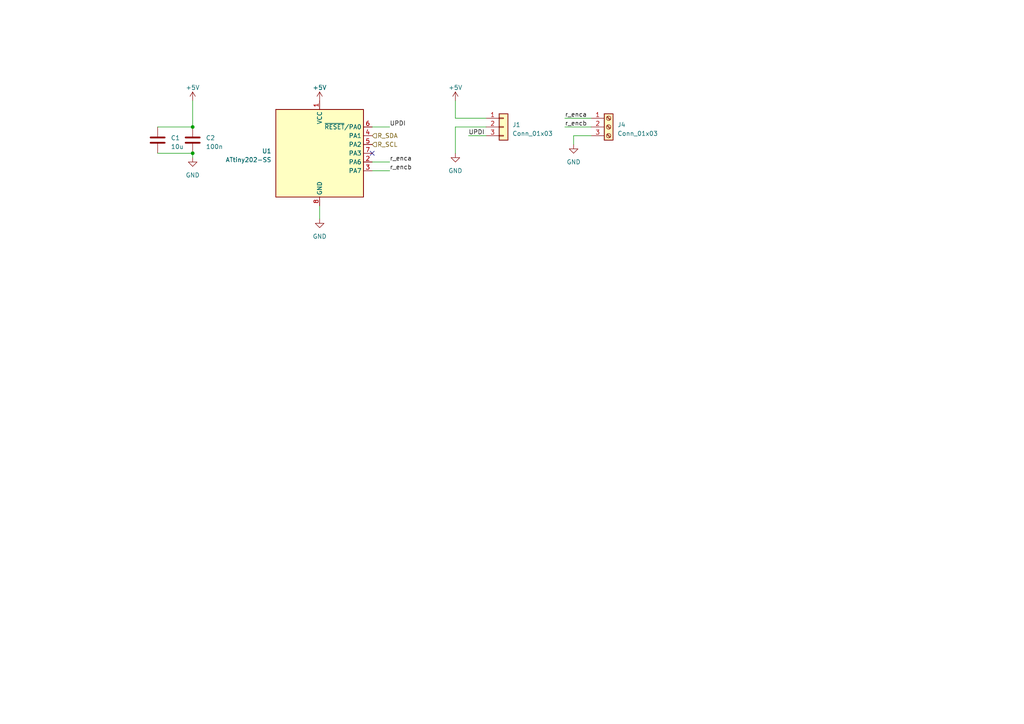
<source format=kicad_sch>
(kicad_sch (version 20230121) (generator eeschema)
  (paper "A4")
  (title_block (title "LZB23 - Enigma Control Board") (rev "2.0") (company "CUED"))
  (lib_symbols
    (symbol "Connector:Screw_Terminal_01x03" (pin_names (offset 1.016) hide)
      (property "Reference" "J" (at 0 5.08 0))
      (property "Value" "Screw_Terminal_01x03" (at 0 -5.08 0))
      (symbol "Screw_Terminal_01x03_1_1"
        (rectangle (start -1.27 3.81) (end 1.27 -3.81) (stroke (width 0.254)) (fill (type background)))
        (circle (center 0 -2.54) (radius 0.635) (stroke (width 0.1524)))
        (polyline (pts (xy -0.5334 -2.2098) (xy 0.3302 -3.048)) (stroke (width 0.1524)))
        (polyline (pts (xy -0.5334 0.3302) (xy 0.3302 -0.508)) (stroke (width 0.1524)))
        (polyline (pts (xy -0.5334 2.8702) (xy 0.3302 2.032)) (stroke (width 0.1524)))
        (polyline (pts (xy -0.3556 -2.032) (xy 0.508 -2.8702)) (stroke (width 0.1524)))
        (polyline (pts (xy -0.3556 0.508) (xy 0.508 -0.3302)) (stroke (width 0.1524)))
        (polyline (pts (xy -0.3556 3.048) (xy 0.508 2.2098)) (stroke (width 0.1524)))
        (circle (center 0 0) (radius 0.635) (stroke (width 0.1524)))
        (circle (center 0 2.54) (radius 0.635) (stroke (width 0.1524)))
        (pin passive line (at -5.08 2.54 0) (length 3.81) (name "Pin_1") (number "1"))
        (pin passive line (at -5.08 0 0) (length 3.81) (name "Pin_2") (number "2"))
        (pin passive line (at -5.08 -2.54 0) (length 3.81) (name "Pin_3") (number "3"))
      )
    )
    (symbol "Connector_Generic:Conn_01x03" (pin_names (offset 1.016) hide)
      (property "Reference" "J" (at 0 5.08 0))
      (property "Value" "Conn_01x03" (at 0 -5.08 0))
      (symbol "Conn_01x03_1_1"
        (rectangle (start -1.27 -2.413) (end 0 -2.667) (stroke (width 0.1524)))
        (rectangle (start -1.27 0.127) (end 0 -0.127) (stroke (width 0.1524)))
        (rectangle (start -1.27 2.667) (end 0 2.413) (stroke (width 0.1524)))
        (rectangle (start -1.27 3.81) (end 1.27 -3.81) (stroke (width 0.254)) (fill (type background)))
        (pin passive line (at -5.08 2.54 0) (length 3.81) (name "Pin_1") (number "1"))
        (pin passive line (at -5.08 0 0) (length 3.81) (name "Pin_2") (number "2"))
        (pin passive line (at -5.08 -2.54 0) (length 3.81) (name "Pin_3") (number "3"))
      )
    )
    (symbol "Device:C" (pin_numbers hide) (pin_names (offset 0.254))
      (property "Reference" "C" (at 0.635 2.54 0))
      (property "Value" "C" (at 0.635 -2.54 0))
      (symbol "C_0_1"
        (polyline (pts (xy -2.032 -0.762) (xy 2.032 -0.762)) (stroke (width 0.508)))
        (polyline (pts (xy -2.032 0.762) (xy 2.032 0.762)) (stroke (width 0.508)))
      )
      (symbol "C_1_1"
        (pin passive line (at 0 3.81 270) (length 2.794) (name "~") (number "1"))
        (pin passive line (at 0 -3.81 90) (length 2.794) (name "~") (number "2"))
      )
    )
    (symbol "MCU_Microchip_ATtiny:ATtiny202-SS"
      (property "Reference" "U" (at -12.7 13.97 0))
      (property "Value" "ATtiny202-SS" (at 2.54 -13.97 0))
      (symbol "ATtiny202-SS_0_1"
        (rectangle (start -12.7 -12.7) (end 12.7 12.7) (stroke (width 0.254)) (fill (type background)))
      )
      (symbol "ATtiny202-SS_1_1"
        (pin power_in line (at 0 15.24 270) (length 2.54) (name "VCC") (number "1"))
        (pin bidirectional line (at 15.24 -2.54 180) (length 2.54) (name "PA6") (number "2"))
        (pin bidirectional line (at 15.24 -5.08 180) (length 2.54) (name "PA7") (number "3"))
        (pin bidirectional line (at 15.24 5.08 180) (length 2.54) (name "PA1") (number "4"))
        (pin bidirectional line (at 15.24 2.54 180) (length 2.54) (name "PA2") (number "5"))
        (pin bidirectional line (at 15.24 7.62 180) (length 2.54) (name "~{RESET}/PA0") (number "6"))
        (pin bidirectional line (at 15.24 0 180) (length 2.54) (name "PA3") (number "7"))
        (pin power_in line (at 0 -15.24 90) (length 2.54) (name "GND") (number "8"))
      )
    )
    (symbol "power:+5V" (power) (pin_names (offset 0))
      (property "Value" "+5V" (at 0 3.556 0))
      (symbol "+5V_0_1"
        (polyline (pts (xy -0.762 1.27) (xy 0 2.54)))
        (polyline (pts (xy 0 0) (xy 0 2.54)))
        (polyline (pts (xy 0 2.54) (xy 0.762 1.27)))
      )
      (symbol "+5V_1_1"
        (pin power_in line (at 0 0 90) (length 0) hide (name "+5V") (number "1"))
      )
    )
    (symbol "power:GND" (power) (pin_names (offset 0))
      (property "Value" "GND" (at 0 -3.81 0))
      (symbol "GND_0_1"
        (polyline (pts (xy 0 0) (xy 0 -1.27) (xy 1.27 -1.27) (xy 0 -2.54) (xy -1.27 -1.27) (xy 0 -1.27)))
      )
      (symbol "GND_1_1"
        (pin power_in line (at 0 0 270) (length 0) hide (name "GND") (number "1"))
      )
    )
  )
  (junction (at 55.88 44.45))
  (junction (at 55.88 36.83))
  (no_connect (at 107.95 44.45))
  (wire (pts (xy 45.72 44.45) (xy 55.88 44.45)))
  (wire (pts (xy 140.97 34.29) (xy 132.08 34.29)))
  (wire (pts (xy 45.72 36.83) (xy 55.88 36.83)))
  (wire (pts (xy 132.08 36.83) (xy 132.08 44.45)))
  (wire (pts (xy 166.37 39.37) (xy 171.45 39.37)))
  (wire (pts (xy 107.95 36.83) (xy 113.03 36.83)))
  (wire (pts (xy 140.97 36.83) (xy 132.08 36.83)))
  (wire (pts (xy 92.71 59.69) (xy 92.71 63.5)))
  (wire (pts (xy 166.37 41.91) (xy 166.37 39.37)))
  (wire (pts (xy 163.83 34.29) (xy 171.45 34.29)))
  (wire (pts (xy 135.89 39.37) (xy 140.97 39.37)))
  (wire (pts (xy 113.03 49.53) (xy 107.95 49.53)))
  (wire (pts (xy 55.88 29.21) (xy 55.88 36.83)))
  (wire (pts (xy 163.83 36.83) (xy 171.45 36.83)))
  (wire (pts (xy 132.08 29.21) (xy 132.08 34.29)))
  (wire (pts (xy 113.03 46.99) (xy 107.95 46.99)))
  (wire (pts (xy 55.88 44.45) (xy 55.88 45.72)))
  (label "r_enca" (at 113.03 46.99 0))
  (label "UPDI" (at 135.89 39.37 0))
  (label "r_encb" (at 163.83 36.83 0))
  (label "UPDI" (at 113.03 36.83 0))
  (label "r_enca" (at 163.83 34.29 0))
  (label "r_encb" (at 113.03 49.53 0))
  (hierarchical_label "R_SCL" (shape input) (at 107.95 41.91 0))
  (hierarchical_label "R_SDA" (shape input) (at 107.95 39.37 0))
  (symbol (lib_id "power:+5V") (at 132.08 29.21 0) (unit 1)
    (property "Reference" "#PWR038" (effects hide))
    (property "Value" "+5V" (at 132.08 25.4 0))
    (instances (project "cont_board" (path "" (reference "#PWR038") (unit 1)) (path "" (reference "#PWR044") (unit 1)) (path "" (reference "#PWR052") (unit 1))))
  )
  (symbol (lib_id "power:GND") (at 55.88 45.72 0) (unit 1)
    (property "Reference" "#PWR08" (effects hide))
    (property "Value" "GND" (at 55.88 50.8 0))
    (instances (project "rotor_test" (path "" (reference "#PWR08") (unit 1))) (project "cont_board" (path "" (reference "#PWR045") (unit 1)) (path "" (reference "#PWR048") (unit 1)) (path "" (reference "#PWR055") (unit 1))))
  )
  (symbol (lib_id "Device:C") (at 45.72 40.64 0) (unit 1)
    (property "Reference" "C1" (at 49.53 40.005 0) (effects (justify left)))
    (property "Value" "10u" (at 49.53 42.545 0) (effects (justify left)))
    (property "Footprint" "Capacitor_SMD:C_0603_1608Metric" (effects hide))
    (property "Field4" "C96446" (effects hide))
    (instances (project "rotor_test" (path "" (reference "C1") (unit 1))) (project "cont_board" (path "" (reference "C4") (unit 1)) (path "" (reference "C7") (unit 1)) (path "" (reference "C9") (unit 1))))
  )
  (symbol (lib_id "MCU_Microchip_ATtiny:ATtiny202-SS") (at 92.71 44.45 0) (unit 1)
    (property "Reference" "U1" (at 78.74 43.815 0) (effects (justify right)))
    (property "Value" "ATtiny202-SS" (at 78.74 46.355 0) (effects (justify right)))
    (property "Footprint" "Package_SO:SOIC-8_3.9x4.9mm_P1.27mm" (effects hide))
    (property "Datasheet" "http://ww1.microchip.com/downloads/en/DeviceDoc/ATtiny202-402-AVR-MCU-with-Core-Independent-Peripherals_and-picoPower-40001969A.pdf" (effects hide))
    (property "Field4" "C2052951" (effects hide))
    (instances (project "rotor_test" (path "" (reference "U1") (unit 1))) (project "cont_board" (path "" (reference "U6") (unit 1)) (path "" (reference "U7") (unit 1)) (path "" (reference "U8") (unit 1))))
  )
  (symbol (lib_id "power:+5V") (at 92.71 29.21 0) (unit 1)
    (property "Reference" "#PWR036" (effects hide))
    (property "Value" "+5V" (at 92.71 25.4 0))
    (instances (project "cont_board" (path "" (reference "#PWR036") (unit 1)) (path "" (reference "#PWR043") (unit 1)) (path "" (reference "#PWR051") (unit 1))))
  )
  (symbol (lib_id "Connector_Generic:Conn_01x03") (at 146.05 36.83 0) (unit 1)
    (property "Reference" "J1" (at 148.59 36.195 0) (effects (justify left)))
    (property "Value" "Conn_01x03" (at 148.59 38.735 0) (effects (justify left)))
    (property "Footprint" "Connector_PinHeader_2.54mm:PinHeader_1x03_P2.54mm_Vertical" (effects hide))
    (instances (project "rotor_test" (path "" (reference "J1") (unit 1))) (project "cont_board" (path "" (reference "J10") (unit 1)) (path "" (reference "J7") (unit 1)) (path "" (reference "J11") (unit 1))))
  )
  (symbol (lib_id "power:+5V") (at 55.88 29.21 0) (unit 1)
    (property "Reference" "#PWR037" (effects hide))
    (property "Value" "+5V" (at 55.88 25.4 0))
    (instances (project "cont_board" (path "" (reference "#PWR037") (unit 1)) (path "" (reference "#PWR040") (unit 1)) (path "" (reference "#PWR050") (unit 1))))
  )
  (symbol (lib_id "power:GND") (at 166.37 41.91 0) (unit 1)
    (property "Reference" "#PWR02" (effects hide))
    (property "Value" "GND" (at 166.37 46.99 0))
    (instances (project "rotor_test" (path "" (reference "#PWR02") (unit 1))) (project "cont_board" (path "" (reference "#PWR041") (unit 1)) (path "" (reference "#PWR046") (unit 1)) (path "" (reference "#PWR053") (unit 1))))
  )
  (symbol (lib_id "power:GND") (at 92.71 63.5 0) (unit 1)
    (property "Reference" "#PWR010" (effects hide))
    (property "Value" "GND" (at 92.71 68.58 0))
    (instances (project "rotor_test" (path "" (reference "#PWR010") (unit 1))) (project "cont_board" (path "" (reference "#PWR039") (unit 1)) (path "" (reference "#PWR049") (unit 1)) (path "" (reference "#PWR056") (unit 1))))
  )
  (symbol (lib_id "Device:C") (at 55.88 40.64 0) (unit 1)
    (property "Reference" "C2" (at 59.69 40.005 0) (effects (justify left)))
    (property "Value" "100n" (at 59.69 42.545 0) (effects (justify left)))
    (property "Footprint" "Capacitor_SMD:C_0603_1608Metric" (effects hide))
    (property "Field4" "C21120" (effects hide))
    (instances (project "rotor_test" (path "" (reference "C2") (unit 1))) (project "cont_board" (path "" (reference "C5") (unit 1)) (path "" (reference "C8") (unit 1)) (path "" (reference "C10") (unit 1))))
  )
  (symbol (lib_id "power:GND") (at 132.08 44.45 0) (unit 1)
    (property "Reference" "#PWR010" (effects hide))
    (property "Value" "GND" (at 132.08 49.53 0))
    (instances (project "rotor_test" (path "" (reference "#PWR010") (unit 1))) (project "cont_board" (path "" (reference "#PWR042") (unit 1)) (path "" (reference "#PWR047") (unit 1)) (path "" (reference "#PWR054") (unit 1))))
  )
  (symbol (lib_id "Connector:Screw_Terminal_01x03") (at 176.53 36.83 0) (unit 1)
    (property "Reference" "J4" (at 179.07 36.195 0) (effects (justify left)))
    (property "Value" "Conn_01x03" (at 179.07 38.735 0) (effects (justify left)))
    (property "Footprint" "user_global_footprints:TerminalBlock_bornier-3_P5.08mm_slim" (effects hide))
    (instances (project "rotor_test" (path "" (reference "J4") (unit 1))) (project "cont_board" (path "" (reference "J9") (unit 1)) (path "" (reference "J8") (unit 1)) (path "" (reference "J12") (unit 1))))
  )
)
</source>
